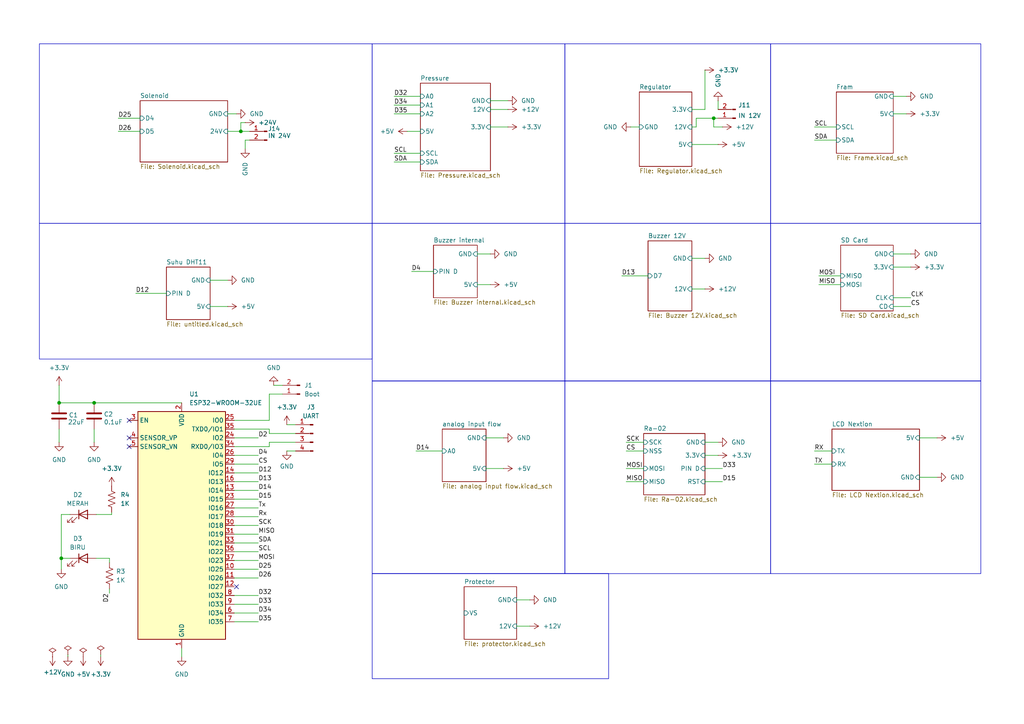
<source format=kicad_sch>
(kicad_sch (version 20231120) (generator "eeschema") (generator_version "8.0")
  (paper "A4")
  (lib_symbols
    (symbol "Connector:Conn_01x02_Pin" (pin_names (offset 1.016) hide)
      (property "Reference" "J" (at 0 2.54 0))
      (property "Value" "Conn_01x02_Pin" (at 0 -5.08 0))
      (symbol "Conn_01x02_Pin_1_1"
        (polyline (pts (xy 1.27 -2.54) (xy 0.8636 -2.54)) (stroke (width 0.1524)))
        (polyline (pts (xy 1.27 0) (xy 0.8636 0)) (stroke (width 0.1524)))
        (rectangle (start 0.8636 -2.413) (end 0 -2.667) (stroke (width 0.1524)) (fill (type outline)))
        (rectangle (start 0.8636 0.127) (end 0 -0.127) (stroke (width 0.1524)) (fill (type outline)))
        (pin passive line (at 5.08 0 180) (length 3.81) (name "Pin_1") (number "1"))
        (pin passive line (at 5.08 -2.54 180) (length 3.81) (name "Pin_2") (number "2"))
      )
    )
    (symbol "Connector:Conn_01x04_Pin" (pin_names (offset 1.016) hide)
      (property "Reference" "J" (at 0 5.08 0))
      (property "Value" "Conn_01x04_Pin" (at 0 -7.62 0))
      (symbol "Conn_01x04_Pin_1_1"
        (polyline (pts (xy 1.27 -5.08) (xy 0.8636 -5.08)) (stroke (width 0.1524)))
        (polyline (pts (xy 1.27 -2.54) (xy 0.8636 -2.54)) (stroke (width 0.1524)))
        (polyline (pts (xy 1.27 0) (xy 0.8636 0)) (stroke (width 0.1524)))
        (polyline (pts (xy 1.27 2.54) (xy 0.8636 2.54)) (stroke (width 0.1524)))
        (rectangle (start 0.8636 -4.953) (end 0 -5.207) (stroke (width 0.1524)) (fill (type outline)))
        (rectangle (start 0.8636 -2.413) (end 0 -2.667) (stroke (width 0.1524)) (fill (type outline)))
        (rectangle (start 0.8636 0.127) (end 0 -0.127) (stroke (width 0.1524)) (fill (type outline)))
        (rectangle (start 0.8636 2.667) (end 0 2.413) (stroke (width 0.1524)) (fill (type outline)))
        (pin passive line (at 5.08 2.54 180) (length 3.81) (name "Pin_1") (number "1"))
        (pin passive line (at 5.08 0 180) (length 3.81) (name "Pin_2") (number "2"))
        (pin passive line (at 5.08 -2.54 180) (length 3.81) (name "Pin_3") (number "3"))
        (pin passive line (at 5.08 -5.08 180) (length 3.81) (name "Pin_4") (number "4"))
      )
    )
    (symbol "Device:C" (pin_numbers hide) (pin_names (offset 0.254))
      (property "Reference" "C" (at 0.635 2.54 0))
      (property "Value" "C" (at 0.635 -2.54 0))
      (symbol "C_0_1"
        (polyline (pts (xy -2.032 -0.762) (xy 2.032 -0.762)) (stroke (width 0.508)))
        (polyline (pts (xy -2.032 0.762) (xy 2.032 0.762)) (stroke (width 0.508)))
      )
      (symbol "C_1_1"
        (pin passive line (at 0 3.81 270) (length 2.794) (name "~") (number "1"))
        (pin passive line (at 0 -3.81 90) (length 2.794) (name "~") (number "2"))
      )
    )
    (symbol "Device:LED" (pin_numbers hide) (pin_names (offset 1.016) hide)
      (property "Reference" "D" (at 0 2.54 0))
      (property "Value" "LED" (at 0 -2.54 0))
      (symbol "LED_0_1"
        (polyline (pts (xy -1.27 -1.27) (xy -1.27 1.27)) (stroke (width 0.254)))
        (polyline (pts (xy -1.27 0) (xy 1.27 0)))
        (polyline (pts (xy 1.27 -1.27) (xy 1.27 1.27) (xy -1.27 0) (xy 1.27 -1.27)) (stroke (width 0.254)))
        (polyline (pts (xy -3.048 -0.762) (xy -4.572 -2.286) (xy -3.81 -2.286) (xy -4.572 -2.286) (xy -4.572 -1.524)))
        (polyline (pts (xy -1.778 -0.762) (xy -3.302 -2.286) (xy -2.54 -2.286) (xy -3.302 -2.286) (xy -3.302 -1.524)))
      )
      (symbol "LED_1_1"
        (pin passive line (at -3.81 0 0) (length 2.54) (name "K") (number "1"))
        (pin passive line (at 3.81 0 180) (length 2.54) (name "A") (number "2"))
      )
    )
    (symbol "Device:R_US" (pin_numbers hide) (pin_names (offset 0))
      (property "Reference" "R" (at 2.54 0 90))
      (property "Value" "R_US" (at -2.54 0 90))
      (symbol "R_US_0_1"
        (polyline (pts (xy 0 -2.286) (xy 0 -2.54)))
        (polyline (pts (xy 0 2.286) (xy 0 2.54)))
        (polyline (pts (xy 0 -0.762) (xy 1.016 -1.143) (xy 0 -1.524) (xy -1.016 -1.905) (xy 0 -2.286)))
        (polyline (pts (xy 0 0.762) (xy 1.016 0.381) (xy 0 0) (xy -1.016 -0.381) (xy 0 -0.762)))
        (polyline (pts (xy 0 2.286) (xy 1.016 1.905) (xy 0 1.524) (xy -1.016 1.143) (xy 0 0.762)))
      )
      (symbol "R_US_1_1"
        (pin passive line (at 0 3.81 270) (length 1.27) (name "~") (number "1"))
        (pin passive line (at 0 -3.81 90) (length 1.27) (name "~") (number "2"))
      )
    )
    (symbol "RF_Module:ESP32-WROOM-32UE"
      (property "Reference" "U" (at -12.7 34.29 0))
      (property "Value" "ESP32-WROOM-32UE" (at 1.27 34.29 0))
      (symbol "ESP32-WROOM-32UE_0_1"
        (rectangle (start -12.7 33.02) (end 12.7 -33.02) (stroke (width 0.254)) (fill (type background)))
      )
      (symbol "ESP32-WROOM-32UE_1_1"
        (pin power_in line (at 0 -35.56 90) (length 2.54) (name "GND") (number "1"))
        (pin bidirectional line (at 15.24 -12.7 180) (length 2.54) (name "IO25") (number "10"))
        (pin bidirectional line (at 15.24 -15.24 180) (length 2.54) (name "IO26") (number "11"))
        (pin bidirectional line (at 15.24 -17.78 180) (length 2.54) (name "IO27") (number "12"))
        (pin bidirectional line (at 15.24 10.16 180) (length 2.54) (name "IO14") (number "13"))
        (pin bidirectional line (at 15.24 15.24 180) (length 2.54) (name "IO12") (number "14"))
        (pin passive line (at 0 -35.56 90) (length 2.54) hide (name "GND") (number "15"))
        (pin bidirectional line (at 15.24 12.7 180) (length 2.54) (name "IO13") (number "16"))
        (pin no_connect line (at -12.7 -5.08 0) (length 2.54) hide (name "NC") (number "17"))
        (pin no_connect line (at -12.7 -7.62 0) (length 2.54) hide (name "NC") (number "18"))
        (pin no_connect line (at -12.7 -12.7 0) (length 2.54) hide (name "NC") (number "19"))
        (pin power_in line (at 0 35.56 270) (length 2.54) (name "VDD") (number "2"))
        (pin no_connect line (at -12.7 -10.16 0) (length 2.54) hide (name "NC") (number "20"))
        (pin no_connect line (at -12.7 0 0) (length 2.54) hide (name "NC") (number "21"))
        (pin no_connect line (at -12.7 -2.54 0) (length 2.54) hide (name "NC") (number "22"))
        (pin bidirectional line (at 15.24 7.62 180) (length 2.54) (name "IO15") (number "23"))
        (pin bidirectional line (at 15.24 25.4 180) (length 2.54) (name "IO2") (number "24"))
        (pin bidirectional line (at 15.24 30.48 180) (length 2.54) (name "IO0") (number "25"))
        (pin bidirectional line (at 15.24 20.32 180) (length 2.54) (name "IO4") (number "26"))
        (pin bidirectional line (at 15.24 5.08 180) (length 2.54) (name "IO16") (number "27"))
        (pin bidirectional line (at 15.24 2.54 180) (length 2.54) (name "IO17") (number "28"))
        (pin bidirectional line (at 15.24 17.78 180) (length 2.54) (name "IO5") (number "29"))
        (pin input line (at -15.24 30.48 0) (length 2.54) (name "EN") (number "3"))
        (pin bidirectional line (at 15.24 0 180) (length 2.54) (name "IO18") (number "30"))
        (pin bidirectional line (at 15.24 -2.54 180) (length 2.54) (name "IO19") (number "31"))
        (pin no_connect line (at -12.7 -27.94 0) (length 2.54) hide (name "NC") (number "32"))
        (pin bidirectional line (at 15.24 -5.08 180) (length 2.54) (name "IO21") (number "33"))
        (pin bidirectional line (at 15.24 22.86 180) (length 2.54) (name "RXD0/IO3") (number "34"))
        (pin bidirectional line (at 15.24 27.94 180) (length 2.54) (name "TXD0/IO1") (number "35"))
        (pin bidirectional line (at 15.24 -7.62 180) (length 2.54) (name "IO22") (number "36"))
        (pin bidirectional line (at 15.24 -10.16 180) (length 2.54) (name "IO23") (number "37"))
        (pin passive line (at 0 -35.56 90) (length 2.54) hide (name "GND") (number "38"))
        (pin passive line (at 0 -35.56 90) (length 2.54) hide (name "GND") (number "39"))
        (pin input line (at -15.24 25.4 0) (length 2.54) (name "SENSOR_VP") (number "4"))
        (pin input line (at -15.24 22.86 0) (length 2.54) (name "SENSOR_VN") (number "5"))
        (pin input line (at 15.24 -25.4 180) (length 2.54) (name "IO34") (number "6"))
        (pin input line (at 15.24 -27.94 180) (length 2.54) (name "IO35") (number "7"))
        (pin bidirectional line (at 15.24 -20.32 180) (length 2.54) (name "IO32") (number "8"))
        (pin bidirectional line (at 15.24 -22.86 180) (length 2.54) (name "IO33") (number "9"))
      )
    )
    (symbol "power:+12V" (power) (pin_numbers hide) (pin_names (offset 0) hide)
      (property "Value" "+12V" (at 0 3.556 0))
      (symbol "+12V_0_1"
        (polyline (pts (xy -0.762 1.27) (xy 0 2.54)))
        (polyline (pts (xy 0 0) (xy 0 2.54)))
        (polyline (pts (xy 0 2.54) (xy 0.762 1.27)))
      )
      (symbol "+12V_1_1"
        (pin power_in line (at 0 0 90) (length 0) (name "~") (number "1"))
      )
    )
    (symbol "power:+3.3V" (power) (pin_numbers hide) (pin_names (offset 0) hide)
      (property "Value" "+3.3V" (at 0 3.556 0))
      (symbol "+3.3V_0_1"
        (polyline (pts (xy -0.762 1.27) (xy 0 2.54)))
        (polyline (pts (xy 0 0) (xy 0 2.54)))
        (polyline (pts (xy 0 2.54) (xy 0.762 1.27)))
      )
      (symbol "+3.3V_1_1"
        (pin power_in line (at 0 0 90) (length 0) (name "~") (number "1"))
      )
    )
    (symbol "power:+5V" (power) (pin_numbers hide) (pin_names (offset 0) hide)
      (property "Value" "+5V" (at 0 3.556 0))
      (symbol "+5V_0_1"
        (polyline (pts (xy -0.762 1.27) (xy 0 2.54)))
        (polyline (pts (xy 0 0) (xy 0 2.54)))
        (polyline (pts (xy 0 2.54) (xy 0.762 1.27)))
      )
      (symbol "+5V_1_1"
        (pin power_in line (at 0 0 90) (length 0) (name "~") (number "1"))
      )
    )
    (symbol "power:GND" (power) (pin_numbers hide) (pin_names (offset 0) hide)
      (property "Value" "GND" (at 0 -3.81 0))
      (symbol "GND_0_1"
        (polyline (pts (xy 0 0) (xy 0 -1.27) (xy 1.27 -1.27) (xy 0 -2.54) (xy -1.27 -1.27) (xy 0 -1.27)))
      )
      (symbol "GND_1_1"
        (pin power_in line (at 0 0 270) (length 0) (name "~") (number "1"))
      )
    )
    (symbol "power:PWR_FLAG" (power) (pin_numbers hide) (pin_names (offset 0) hide)
      (property "Value" "PWR_FLAG" (at 0 3.81 0))
      (symbol "PWR_FLAG_0_0"
        (pin power_out line (at 0 0 90) (length 0) (name "~") (number "1"))
      )
      (symbol "PWR_FLAG_0_1"
        (polyline (pts (xy 0 0) (xy 0 1.27) (xy -1.016 1.905) (xy 0 2.54) (xy 1.016 1.905) (xy 0 1.27)))
      )
    )
  )
  (junction (at 69.85 38.1))
  (junction (at 17.145 116.84))
  (junction (at 27.305 116.84))
  (junction (at 207.01 34.29))
  (junction (at 17.78 161.925))
  (no_connect (at 37.465 129.54))
  (no_connect (at 37.465 127))
  (no_connect (at 68.58 170.18))
  (no_connect (at 37.465 121.92))
  (wire (pts (xy 17.145 124.46) (xy 17.145 128.27)))
  (wire (pts (xy 66.04 38.1) (xy 69.85 38.1)))
  (wire (pts (xy 78.105 128.27) (xy 85.725 128.27)))
  (wire (pts (xy 114.3 46.99) (xy 121.92 46.99)))
  (wire (pts (xy 259.08 77.47) (xy 264.16 77.47)))
  (wire (pts (xy 39.37 85.09) (xy 48.26 85.09)))
  (wire (pts (xy 236.22 40.64) (xy 242.57 40.64)))
  (wire (pts (xy 66.04 33.02) (xy 68.58 33.02)))
  (wire (pts (xy 142.24 36.83) (xy 147.32 36.83)))
  (wire (pts (xy 34.29 34.29) (xy 40.64 34.29)))
  (wire (pts (xy 200.66 74.93) (xy 204.47 74.93)))
  (wire (pts (xy 149.86 181.61) (xy 153.67 181.61)))
  (wire (pts (xy 204.47 139.7) (xy 209.55 139.7)))
  (wire (pts (xy 67.945 180.34) (xy 74.93 180.34)))
  (wire (pts (xy 181.61 139.7) (xy 186.69 139.7)))
  (wire (pts (xy 31.75 163.195) (xy 31.75 161.925)))
  (wire (pts (xy 200.66 36.83) (xy 201.93 36.83)))
  (wire (pts (xy 114.3 33.02) (xy 121.92 33.02)))
  (wire (pts (xy 78.105 124.46) (xy 78.105 125.73)))
  (wire (pts (xy 29.21 189.865) (xy 29.21 190.5)))
  (wire (pts (xy 259.08 88.9) (xy 264.16 88.9)))
  (wire (pts (xy 149.86 173.99) (xy 153.67 173.99)))
  (wire (pts (xy 67.945 172.72) (xy 74.93 172.72)))
  (wire (pts (xy 52.705 187.96) (xy 52.705 190.5)))
  (wire (pts (xy 71.12 43.18) (xy 71.12 40.64)))
  (wire (pts (xy 259.08 86.36) (xy 264.16 86.36)))
  (wire (pts (xy 69.85 38.1) (xy 72.39 38.1)))
  (wire (pts (xy 67.945 144.78) (xy 74.93 144.78)))
  (wire (pts (xy 182.88 36.83) (xy 185.42 36.83)))
  (wire (pts (xy 266.7 138.43) (xy 271.78 138.43)))
  (wire (pts (xy 114.3 27.94) (xy 121.92 27.94)))
  (wire (pts (xy 207.01 36.83) (xy 207.01 34.29)))
  (wire (pts (xy 17.145 111.76) (xy 17.145 116.84)))
  (wire (pts (xy 71.12 40.64) (xy 72.39 40.64)))
  (wire (pts (xy 120.65 130.81) (xy 128.27 130.81)))
  (wire (pts (xy 78.105 128.27) (xy 78.105 129.54)))
  (wire (pts (xy 236.22 130.81) (xy 241.3 130.81)))
  (wire (pts (xy 67.945 157.48) (xy 74.93 157.48)))
  (wire (pts (xy 200.66 31.75) (xy 204.47 31.75)))
  (wire (pts (xy 60.96 81.28) (xy 66.04 81.28)))
  (wire (pts (xy 114.3 44.45) (xy 121.92 44.45)))
  (wire (pts (xy 27.305 124.46) (xy 27.305 128.27)))
  (wire (pts (xy 140.97 127) (xy 146.05 127)))
  (wire (pts (xy 200.66 41.91) (xy 208.28 41.91)))
  (wire (pts (xy 71.12 35.56) (xy 69.85 35.56)))
  (wire (pts (xy 81.915 114.3) (xy 78.105 114.3)))
  (wire (pts (xy 19.685 189.865) (xy 19.685 190.5)))
  (wire (pts (xy 85.725 123.19) (xy 83.185 123.19)))
  (wire (pts (xy 83.185 130.81) (xy 85.725 130.81)))
  (wire (pts (xy 67.945 124.46) (xy 78.105 124.46)))
  (wire (pts (xy 266.7 127) (xy 271.78 127)))
  (wire (pts (xy 78.105 121.92) (xy 67.945 121.92)))
  (wire (pts (xy 17.78 161.925) (xy 17.78 165.1)))
  (wire (pts (xy 67.945 162.56) (xy 74.93 162.56)))
  (wire (pts (xy 67.945 149.86) (xy 74.93 149.86)))
  (wire (pts (xy 119.38 78.74) (xy 125.73 78.74)))
  (wire (pts (xy 67.945 154.94) (xy 74.93 154.94)))
  (wire (pts (xy 259.08 33.02) (xy 262.89 33.02)))
  (wire (pts (xy 181.61 128.27) (xy 186.69 128.27)))
  (wire (pts (xy 67.945 160.02) (xy 74.93 160.02)))
  (wire (pts (xy 204.47 31.75) (xy 204.47 20.32)))
  (wire (pts (xy 78.105 129.54) (xy 67.945 129.54)))
  (wire (pts (xy 237.49 82.55) (xy 243.84 82.55)))
  (wire (pts (xy 204.47 135.89) (xy 209.55 135.89)))
  (wire (pts (xy 236.22 134.62) (xy 241.3 134.62)))
  (wire (pts (xy 204.47 128.27) (xy 208.28 128.27)))
  (wire (pts (xy 236.22 36.83) (xy 242.57 36.83)))
  (wire (pts (xy 114.3 30.48) (xy 121.92 30.48)))
  (wire (pts (xy 142.24 31.75) (xy 147.32 31.75)))
  (wire (pts (xy 180.34 80.01) (xy 187.96 80.01)))
  (wire (pts (xy 67.945 177.8) (xy 74.93 177.8)))
  (wire (pts (xy 67.945 137.16) (xy 74.93 137.16)))
  (wire (pts (xy 31.75 161.925) (xy 27.94 161.925)))
  (wire (pts (xy 118.11 38.1) (xy 121.92 38.1)))
  (wire (pts (xy 67.945 132.08) (xy 74.93 132.08)))
  (wire (pts (xy 67.945 165.1) (xy 74.93 165.1)))
  (wire (pts (xy 67.945 152.4) (xy 74.93 152.4)))
  (wire (pts (xy 31.75 172.085) (xy 31.75 170.815)))
  (wire (pts (xy 32.385 149.225) (xy 27.94 149.225)))
  (wire (pts (xy 140.97 135.89) (xy 146.05 135.89)))
  (wire (pts (xy 142.24 29.21) (xy 147.32 29.21)))
  (wire (pts (xy 34.29 38.1) (xy 40.64 38.1)))
  (wire (pts (xy 138.43 73.66) (xy 142.24 73.66)))
  (wire (pts (xy 201.93 34.29) (xy 207.01 34.29)))
  (wire (pts (xy 67.945 134.62) (xy 74.93 134.62)))
  (wire (pts (xy 17.78 161.925) (xy 20.32 161.925)))
  (wire (pts (xy 259.08 27.94) (xy 262.89 27.94)))
  (wire (pts (xy 181.61 135.89) (xy 186.69 135.89)))
  (wire (pts (xy 209.55 36.83) (xy 207.01 36.83)))
  (wire (pts (xy 259.08 73.66) (xy 264.16 73.66)))
  (wire (pts (xy 67.945 139.7) (xy 74.93 139.7)))
  (wire (pts (xy 60.96 88.9) (xy 66.04 88.9)))
  (wire (pts (xy 67.945 127) (xy 74.93 127)))
  (wire (pts (xy 138.43 82.55) (xy 142.24 82.55)))
  (wire (pts (xy 201.93 36.83) (xy 201.93 34.29)))
  (wire (pts (xy 208.28 29.21) (xy 208.28 31.75)))
  (wire (pts (xy 67.945 167.64) (xy 74.93 167.64)))
  (wire (pts (xy 67.945 175.26) (xy 74.93 175.26)))
  (wire (pts (xy 207.01 34.29) (xy 208.28 34.29)))
  (wire (pts (xy 78.105 114.3) (xy 78.105 121.92)))
  (wire (pts (xy 17.145 116.84) (xy 27.305 116.84)))
  (wire (pts (xy 74.93 142.24) (xy 67.945 142.24)))
  (wire (pts (xy 79.375 111.76) (xy 81.915 111.76)))
  (wire (pts (xy 204.47 132.08) (xy 208.28 132.08)))
  (wire (pts (xy 181.61 130.81) (xy 186.69 130.81)))
  (wire (pts (xy 32.385 148.59) (xy 32.385 149.225)))
  (wire (pts (xy 27.305 116.84) (xy 52.705 116.84)))
  (wire (pts (xy 200.66 83.82) (xy 204.47 83.82)))
  (wire (pts (xy 20.32 149.225) (xy 17.78 149.225)))
  (wire (pts (xy 69.85 35.56) (xy 69.85 38.1)))
  (wire (pts (xy 67.945 147.32) (xy 74.93 147.32)))
  (wire (pts (xy 237.49 80.01) (xy 243.84 80.01)))
  (wire (pts (xy 78.105 125.73) (xy 85.725 125.73)))
  (wire (pts (xy 17.78 149.225) (xy 17.78 161.925)))
  (rectangle (start 163.83 110.49) (end 223.52 166.37))
  (rectangle (start 223.52 12.7) (end 284.48 64.77))
  (rectangle (start 11.43 64.77) (end 107.95 104.14))
  (rectangle (start 107.95 64.77) (end 163.83 110.49))
  (rectangle (start 223.52 110.49) (end 284.48 166.37))
  (rectangle (start 11.43 12.7) (end 107.95 64.77))
  (rectangle (start 163.83 12.7) (end 223.52 64.77))
  (rectangle (start 107.95 110.49) (end 163.83 166.37))
  (rectangle (start 107.95 166.37) (end 176.53 196.85))
  (rectangle (start 107.95 12.7) (end 163.83 64.77))
  (rectangle (start 163.83 64.77) (end 223.52 110.49))
  (rectangle (start 223.52 64.77) (end 284.48 110.49))
  (label "D4" (at 119.38 78.74 0))
  (label "Tx" (at 74.93 147.32 0))
  (label "MISO" (at 181.61 139.7 0))
  (label "D26" (at 34.29 38.1 0))
  (label "D35" (at 74.93 180.34 0))
  (label "SCL" (at 114.3 44.45 0))
  (label "MOSI" (at 74.93 162.56 0))
  (label "SCK" (at 181.61 128.27 0))
  (label "SDA" (at 236.22 40.64 0))
  (label "CS" (at 264.16 88.9 0))
  (label "D13" (at 180.34 80.01 0))
  (label "SCL" (at 74.93 160.02 0))
  (label "CS" (at 74.93 134.62 0))
  (label "SDA" (at 114.3 46.99 0))
  (label "D32" (at 114.3 27.94 0))
  (label "D14" (at 74.93 142.24 0))
  (label "D25" (at 34.29 34.29 0))
  (label "MISO" (at 237.49 82.55 0))
  (label "D14" (at 120.65 130.81 0))
  (label "D4" (at 74.93 132.08 0))
  (label "D35" (at 114.3 33.02 0))
  (label "SDA" (at 74.93 157.48 0))
  (label "D15" (at 209.55 139.7 0))
  (label "D26" (at 74.93 167.64 0))
  (label "CLK" (at 264.16 86.36 0))
  (label "D34" (at 114.3 30.48 0))
  (label "D12" (at 39.37 85.09 0))
  (label "TX" (at 236.22 134.62 0))
  (label "SCL" (at 236.22 36.83 0))
  (label "MISO" (at 74.93 154.94 0))
  (label "D33" (at 209.55 135.89 0))
  (label "D25" (at 74.93 165.1 0))
  (label "CS" (at 181.61 130.81 0))
  (label "MOSI" (at 237.49 80.01 0))
  (label "Rx" (at 74.93 149.86 0))
  (label "D13" (at 74.93 139.7 0))
  (label "D12" (at 74.93 137.16 0))
  (label "RX" (at 236.22 130.81 0))
  (label "D33" (at 74.93 175.26 0))
  (label "D32" (at 74.93 172.72 0))
  (label "D2" (at 31.75 172.085 270))
  (label "D15" (at 74.93 144.78 0))
  (label "MOSI" (at 181.61 135.89 0))
  (label "D34" (at 74.93 177.8 0))
  (label "D2" (at 74.93 127 0))
  (label "SCK" (at 74.93 152.4 0))
  (symbol (lib_id "power:PWR_FLAG") (at 24.13 190.5 0) (unit 1)
    (property "Reference" "#FLG03" (effects (hide yes)))
    (property "Value" "PWR_FLAG" (effects (hide yes)))
    (property "Description" "Special symbol for telling ERC where power comes from" (effects (hide yes)))
  )
  (symbol (lib_id "Connector:Conn_01x02_Pin") (at 86.995 114.3 180) (unit 1)
    (property "Reference" "J1" (at 88.265 111.7599 0) (effects (justify right)))
    (property "Value" "Boot" (at 88.265 114.2999 0) (effects (justify right)))
    (property "Footprint" "Connector_PinHeader_2.54mm:PinHeader_1x02_P2.54mm_Vertical" (effects (hide yes)))
    (property "Description" "Generic connector, single row, 01x02, script generated" (effects (hide yes)))
  )
  (symbol (lib_id "power:GND") (at 66.04 81.28 90) (unit 1)
    (property "Reference" "#PWR034" (effects (hide yes)))
    (property "Value" "GND" (at 69.85 81.2799 90) (effects (justify right)))
    (property "Description" "Power symbol creates a global label with name \"GND\" , ground" (effects (hide yes)))
  )
  (symbol (lib_id "Device:C") (at 17.145 120.65 0) (unit 1)
    (property "Reference" "C1" (at 19.939 120.396 0) (effects (justify left)))
    (property "Value" "22uF" (at 19.685 122.428 0) (effects (justify left)))
    (property "Footprint" "Capacitor_SMD:C_0504_1310Metric_Pad0.83x1.28mm_HandSolder" (effects (hide yes)))
    (property "Description" "Unpolarized capacitor" (effects (hide yes)))
  )
  (symbol (lib_id "power:GND") (at 17.78 165.1 0) (unit 1)
    (property "Reference" "#PWR04" (effects (hide yes)))
    (property "Value" "GND" (at 17.78 170.18 0))
    (property "Description" "Power symbol creates a global label with name \"GND\" , ground" (effects (hide yes)))
  )
  (symbol (lib_id "power:PWR_FLAG") (at 19.685 189.865 0) (unit 1)
    (property "Reference" "#FLG02" (effects (hide yes)))
    (property "Value" "PWR_FLAG" (effects (hide yes)))
    (property "Description" "Special symbol for telling ERC where power comes from" (effects (hide yes)))
  )
  (symbol (lib_id "Device:R_US") (at 31.75 167.005 0) (unit 1)
    (property "Reference" "R3" (at 33.655 165.7349 0) (effects (justify left)))
    (property "Value" "1K" (at 33.655 168.2749 0) (effects (justify left)))
    (property "Footprint" "Resistor_SMD:R_0402_1005Metric_Pad0.72x0.64mm_HandSolder" (effects (hide yes)))
    (property "Description" "Resistor, US symbol" (effects (hide yes)))
  )
  (symbol (lib_id "power:+3.3V") (at 208.28 132.08 270) (unit 1)
    (property "Reference" "#PWR015" (effects (hide yes)))
    (property "Value" "+3.3V" (at 212.09 132.0799 90) (effects (justify left)))
    (property "Description" "Power symbol creates a global label with name \"+3.3V\"" (effects (hide yes)))
  )
  (symbol (lib_id "power:GND") (at 271.78 138.43 90) (unit 1)
    (property "Reference" "#PWR022" (effects (hide yes)))
    (property "Value" "GND" (at 275.59 138.4299 90) (effects (justify right)))
    (property "Description" "Power symbol creates a global label with name \"GND\" , ground" (effects (hide yes)))
  )
  (symbol (lib_id "power:GND") (at 204.47 74.93 90) (unit 1)
    (property "Reference" "#PWR036" (effects (hide yes)))
    (property "Value" "GND" (at 208.28 74.9299 90) (effects (justify right)))
    (property "Description" "Power symbol creates a global label with name \"GND\" , ground" (effects (hide yes)))
  )
  (symbol (lib_id "power:+3.3V") (at 264.16 77.47 270) (unit 1)
    (property "Reference" "#PWR026" (effects (hide yes)))
    (property "Value" "+3.3V" (at 267.97 77.4699 90) (effects (justify left)))
    (property "Description" "Power symbol creates a global label with name \"+3.3V\"" (effects (hide yes)))
  )
  (symbol (lib_id "power:GND") (at 71.12 43.18 0) (unit 1)
    (property "Reference" "#PWR045" (effects (hide yes)))
    (property "Value" "GND" (at 71.1201 46.99 90) (effects (justify right)))
    (property "Description" "Power symbol creates a global label with name \"GND\" , ground" (effects (hide yes)))
  )
  (symbol (lib_id "Connector:Conn_01x02_Pin") (at 213.36 34.29 180) (unit 1)
    (property "Reference" "J11" (at 215.9 30.48 0))
    (property "Value" "IN 12V" (at 217.424 33.528 0))
    (property "Footprint" "Connector_JST:JST_EH_B2B-EH-A_1x02_P2.50mm_Vertical" (effects (hide yes)))
    (property "Description" "Generic connector, single row, 01x02, script generated" (effects (hide yes)))
  )
  (symbol (lib_id "power:+5V") (at 209.55 36.83 270) (unit 1)
    (property "Reference" "#PWR033" (effects (hide yes)))
    (property "Value" "+12V" (at 213.36 36.8299 90) (effects (justify left)))
    (property "Description" "Power symbol creates a global label with name \"+5V\"" (effects (hide yes)))
  )
  (symbol (lib_id "power:GND") (at 17.145 128.27 0) (unit 1)
    (property "Reference" "#PWR03" (effects (hide yes)))
    (property "Value" "GND" (at 17.145 133.35 0))
    (property "Description" "Power symbol creates a global label with name \"GND\" , ground" (effects (hide yes)))
  )
  (symbol (lib_id "power:GND") (at 208.28 128.27 90) (unit 1)
    (property "Reference" "#PWR014" (effects (hide yes)))
    (property "Value" "GND" (at 212.09 128.2699 90) (effects (justify right)))
    (property "Description" "Power symbol creates a global label with name \"GND\" , ground" (effects (hide yes)))
  )
  (symbol (lib_id "power:GND") (at 146.05 127 90) (unit 1)
    (property "Reference" "#PWR038" (effects (hide yes)))
    (property "Value" "GND" (at 149.86 126.9999 90) (effects (justify right)))
    (property "Description" "Power symbol creates a global label with name \"GND\" , ground" (effects (hide yes)))
  )
  (symbol (lib_id "power:GND") (at 52.705 190.5 0) (unit 1)
    (property "Reference" "#PWR010" (effects (hide yes)))
    (property "Value" "GND" (at 52.705 195.58 0))
    (property "Description" "Power symbol creates a global label with name \"GND\" , ground" (effects (hide yes)))
  )
  (symbol (lib_id "power:GND") (at 142.24 73.66 90) (unit 1)
    (property "Reference" "#PWR024" (effects (hide yes)))
    (property "Value" "GND" (at 146.05 73.6599 90) (effects (justify right)))
    (property "Description" "Power symbol creates a global label with name \"GND\" , ground" (effects (hide yes)))
  )
  (symbol (lib_id "power:+5V") (at 208.28 41.91 270) (unit 1)
    (property "Reference" "#PWR032" (effects (hide yes)))
    (property "Value" "+5V" (at 212.09 41.9099 90) (effects (justify left)))
    (property "Description" "Power symbol creates a global label with name \"+5V\"" (effects (hide yes)))
  )
  (symbol (lib_id "power:+5V") (at 146.05 135.89 270) (unit 1)
    (property "Reference" "#PWR039" (effects (hide yes)))
    (property "Value" "+5V" (at 149.86 135.8899 90) (effects (justify left)))
    (property "Description" "Power symbol creates a global label with name \"+5V\"" (effects (hide yes)))
  )
  (symbol (lib_id "power:+5V") (at 147.32 31.75 270) (unit 1)
    (property "Reference" "#PWR043" (effects (hide yes)))
    (property "Value" "+12V" (at 151.13 31.7499 90) (effects (justify left)))
    (property "Description" "Power symbol creates a global label with name \"+5V\"" (effects (hide yes)))
  )
  (symbol (lib_id "Device:LED") (at 24.13 161.925 0) (unit 1)
    (property "Reference" "D3" (at 22.5425 156.21 0))
    (property "Value" "BIRU" (at 22.5425 158.75 0))
    (property "Footprint" "LED_SMD:LED_0402_1005Metric_Pad0.77x0.64mm_HandSolder" (effects (hide yes)))
    (property "Description" "Light emitting diode" (effects (hide yes)))
  )
  (symbol (lib_id "power:GND") (at 19.685 190.5 0) (unit 1)
    (property "Reference" "#PWR05" (effects (hide yes)))
    (property "Value" "GND" (at 19.685 195.58 0))
    (property "Description" "Power symbol creates a global label with name \"GND\" , ground" (effects (hide yes)))
  )
  (symbol (lib_id "power:GND") (at 27.305 128.27 0) (unit 1)
    (property "Reference" "#PWR07" (effects (hide yes)))
    (property "Value" "GND" (at 27.305 133.35 0))
    (property "Description" "Power symbol creates a global label with name \"GND\" , ground" (effects (hide yes)))
  )
  (symbol (lib_id "RF_Module:ESP32-WROOM-32UE") (at 52.705 152.4 0) (unit 1)
    (property "Reference" "U1" (at 54.8991 114.3 0) (effects (justify left)))
    (property "Value" "ESP32-WROOM-32UE" (at 54.8991 116.84 0) (effects (justify left)))
    (property "Footprint" "RF_Module:ESP32-WROOM-32UE" (effects (hide yes)))
    (property "Datasheet" "https://www.espressif.com/sites/default/files/documentation/esp32-wroom-32e_esp32-wroom-32ue_datasheet_en.pdf" (effects (hide yes)))
    (property "Description" "RF Module, ESP32-D0WD-V3 SoC, without PSRAM, Wi-Fi 802.11b/g/n, Bluetooth, BLE, 32-bit, 2.7-3.6V, external antenna, SMD" (effects (hide yes)))
  )
  (symbol (lib_id "power:+3.3V") (at 83.185 123.19 0) (unit 1)
    (property "Reference" "#PWR012" (effects (hide yes)))
    (property "Value" "+3.3V" (at 83.185 118.11 0))
    (property "Description" "Power symbol creates a global label with name \"+3.3V\"" (effects (hide yes)))
  )
  (symbol (lib_id "power:GND") (at 208.28 29.21 0) (mirror x) (unit 1)
    (property "Reference" "#PWR030" (effects (hide yes)))
    (property "Value" "GND" (at 208.2801 25.4 90) (effects (justify right)))
    (property "Description" "Power symbol creates a global label with name \"GND\" , ground" (effects (hide yes)))
  )
  (symbol (lib_id "power:GND") (at 264.16 73.66 90) (unit 1)
    (property "Reference" "#PWR025" (effects (hide yes)))
    (property "Value" "GND" (at 267.97 73.6599 90) (effects (justify right)))
    (property "Description" "Power symbol creates a global label with name \"GND\" , ground" (effects (hide yes)))
  )
  (symbol (lib_id "power:+3.3V") (at 204.47 20.32 270) (unit 1)
    (property "Reference" "#PWR031" (effects (hide yes)))
    (property "Value" "+3.3V" (at 208.28 20.3199 90) (effects (justify left)))
    (property "Description" "Power symbol creates a global label with name \"+3.3V\"" (effects (hide yes)))
  )
  (symbol (lib_id "power:+3.3V") (at 147.32 36.83 270) (unit 1)
    (property "Reference" "#PWR041" (effects (hide yes)))
    (property "Value" "+3.3V" (at 151.13 36.8299 90) (effects (justify left)))
    (property "Description" "Power symbol creates a global label with name \"+3.3V\"" (effects (hide yes)))
  )
  (symbol (lib_id "power:+3.3V") (at 17.145 111.76 0) (unit 1)
    (property "Reference" "#PWR02" (effects (hide yes)))
    (property "Value" "+3.3V" (at 17.145 106.68 0))
    (property "Description" "Power symbol creates a global label with name \"+3.3V\"" (effects (hide yes)))
  )
  (symbol (lib_id "power:+5V") (at 118.11 38.1 90) (mirror x) (unit 1)
    (property "Reference" "#PWR042" (effects (hide yes)))
    (property "Value" "+5V" (at 114.3 38.0999 90) (effects (justify left)))
    (property "Description" "Power symbol creates a global label with name \"+5V\"" (effects (hide yes)))
  )
  (symbol (lib_id "Device:LED") (at 24.13 149.225 0) (unit 1)
    (property "Reference" "D2" (at 22.5425 143.51 0))
    (property "Value" "MERAH" (at 22.5425 146.05 0))
    (property "Footprint" "LED_SMD:LED_0402_1005Metric_Pad0.77x0.64mm_HandSolder" (effects (hide yes)))
    (property "Description" "Light emitting diode" (effects (hide yes)))
  )
  (symbol (lib_id "power:GND") (at 147.32 29.21 90) (unit 1)
    (property "Reference" "#PWR040" (effects (hide yes)))
    (property "Value" "GND" (at 151.13 29.2099 90) (effects (justify right)))
    (property "Description" "Power symbol creates a global label with name \"GND\" , ground" (effects (hide yes)))
  )
  (symbol (lib_id "power:+5V") (at 204.47 83.82 270) (unit 1)
    (property "Reference" "#PWR037" (effects (hide yes)))
    (property "Value" "+12V" (at 208.28 83.8199 90) (effects (justify left)))
    (property "Description" "Power symbol creates a global label with name \"+5V\"" (effects (hide yes)))
  )
  (symbol (lib_id "power:+3.3V") (at 32.385 140.97 0) (unit 1)
    (property "Reference" "#PWR09" (effects (hide yes)))
    (property "Value" "+3.3V" (at 32.385 135.89 0))
    (property "Description" "Power symbol creates a global label with name \"+3.3V\"" (effects (hide yes)))
  )
  (symbol (lib_id "Connector:Conn_01x04_Pin") (at 90.805 125.73 0) (mirror y) (unit 1)
    (property "Reference" "J3" (at 90.17 118.11 0))
    (property "Value" "UART" (at 90.17 120.65 0))
    (property "Footprint" "Connector_PinHeader_1.27mm:PinHeader_1x04_P1.27mm_Vertical" (effects (hide yes)))
    (property "Description" "Generic connector, single row, 01x04, script generated" (effects (hide yes)))
  )
  (symbol (lib_id "power:GND") (at 153.67 173.99 90) (unit 1)
    (property "Reference" "#PWR047" (effects (hide yes)))
    (property "Value" "GND" (at 157.48 173.9899 90) (effects (justify right)))
    (property "Description" "Power symbol creates a global label with name \"GND\" , ground" (effects (hide yes)))
  )
  (symbol (lib_id "power:GND") (at 83.185 130.81 0) (unit 1)
    (property "Reference" "#PWR013" (effects (hide yes)))
    (property "Value" "GND" (at 83.185 135.255 0))
    (property "Description" "Power symbol creates a global label with name \"GND\" , ground" (effects (hide yes)))
  )
  (symbol (lib_id "power:+5V") (at 66.04 88.9 270) (unit 1)
    (property "Reference" "#PWR035" (effects (hide yes)))
    (property "Value" "+5V" (at 69.85 88.8999 90) (effects (justify left)))
    (property "Description" "Power symbol creates a global label with name \"+5V\"" (effects (hide yes)))
  )
  (symbol (lib_id "power:+5V") (at 24.13 190.5 180) (unit 1)
    (property "Reference" "#PWR06" (effects (hide yes)))
    (property "Value" "+5V" (at 24.13 195.58 0))
    (property "Description" "Power symbol creates a global label with name \"+5V\"" (effects (hide yes)))
  )
  (symbol (lib_id "Device:R_US") (at 32.385 144.78 0) (unit 1)
    (property "Reference" "R4" (at 34.925 143.5099 0) (effects (justify left)))
    (property "Value" "1K" (at 34.925 146.0499 0) (effects (justify left)))
    (property "Footprint" "Resistor_SMD:R_0402_1005Metric_Pad0.72x0.64mm_HandSolder" (effects (hide yes)))
    (property "Description" "Resistor, US symbol" (effects (hide yes)))
  )
  (symbol (lib_id "power:+5V") (at 142.24 82.55 270) (unit 1)
    (property "Reference" "#PWR023" (effects (hide yes)))
    (property "Value" "+5V" (at 146.05 82.5499 90) (effects (justify left)))
    (property "Description" "Power symbol creates a global label with name \"+5V\"" (effects (hide yes)))
  )
  (symbol (lib_id "power:+12V") (at 15.24 190.5 180) (unit 1)
    (property "Reference" "#PWR01" (effects (hide yes)))
    (property "Value" "+12V" (at 15.24 194.945 0))
    (property "Description" "Power symbol creates a global label with name \"+12V\"" (effects (hide yes)))
  )
  (symbol (lib_id "power:PWR_FLAG") (at 15.24 190.5 0) (unit 1)
    (property "Reference" "#FLG01" (effects (hide yes)))
    (property "Value" "PWR_FLAG" (effects (hide yes)))
    (property "Description" "Special symbol for telling ERC where power comes from" (effects (hide yes)))
  )
  (symbol (lib_id "power:+3.3V") (at 262.89 33.02 270) (unit 1)
    (property "Reference" "#PWR028" (effects (hide yes)))
    (property "Value" "+3.3V" (at 266.7 33.0199 90) (effects (justify left)))
    (property "Description" "Power symbol creates a global label with name \"+3.3V\"" (effects (hide yes)))
  )
  (symbol (lib_id "power:GND") (at 182.88 36.83 270) (mirror x) (unit 1)
    (property "Reference" "#PWR029" (effects (hide yes)))
    (property "Value" "GND" (at 179.07 36.8299 90) (effects (justify right)))
    (property "Description" "Power symbol creates a global label with name \"GND\" , ground" (effects (hide yes)))
  )
  (symbol (lib_id "Device:C") (at 27.305 120.65 0) (unit 1)
    (property "Reference" "C2" (at 30.099 120.142 0) (effects (justify left)))
    (property "Value" "0.1uF" (at 30.099 122.428 0) (effects (justify left)))
    (property "Footprint" "Capacitor_SMD:C_0504_1310Metric_Pad0.83x1.28mm_HandSolder" (effects (hide yes)))
    (property "Description" "Unpolarized capacitor" (effects (hide yes)))
  )
  (symbol (lib_id "power:+5V") (at 271.78 127 270) (unit 1)
    (property "Reference" "#PWR021" (effects (hide yes)))
    (property "Value" "+5V" (at 275.59 126.9999 90) (effects (justify left)))
    (property "Description" "Power symbol creates a global label with name \"+5V\"" (effects (hide yes)))
  )
  (symbol (lib_id "power:PWR_FLAG") (at 29.21 189.865 0) (unit 1)
    (property "Reference" "#FLG04" (effects (hide yes)))
    (property "Value" "PWR_FLAG" (effects (hide yes)))
    (property "Description" "Special symbol for telling ERC where power comes from" (effects (hide yes)))
  )
  (symbol (lib_id "power:+12V") (at 153.67 181.61 270) (unit 1)
    (property "Reference" "#PWR048" (effects (hide yes)))
    (property "Value" "+12V" (at 157.48 181.6099 90) (effects (justify left)))
    (property "Description" "Power symbol creates a global label with name \"+12V\"" (effects (hide yes)))
  )
  (symbol (lib_id "power:GND") (at 79.375 111.76 180) (unit 1)
    (property "Reference" "#PWR011" (effects (hide yes)))
    (property "Value" "GND" (at 79.375 106.68 0))
    (property "Description" "Power symbol creates a global label with name \"GND\" , ground" (effects (hide yes)))
  )
  (symbol (lib_id "power:GND") (at 262.89 27.94 90) (unit 1)
    (property "Reference" "#PWR027" (effects (hide yes)))
    (property "Value" "GND" (at 266.7 27.9399 90) (effects (justify right)))
    (property "Description" "Power symbol creates a global label with name \"GND\" , ground" (effects (hide yes)))
  )
  (symbol (lib_id "Connector:Conn_01x02_Pin") (at 77.47 38.1 0) (mirror y) (unit 1)
    (property "Reference" "J14" (at 79.502 37.338 0))
    (property "Value" "IN 24V" (at 81.026 39.37 0))
    (property "Footprint" "Connector_Molex:Molex_KK-396_5273-02A_1x02_P3.96mm_Vertical" (effects (hide yes)))
    (property "Description" "Generic connector, single row, 01x02, script generated" (effects (hide yes)))
  )
  (symbol (lib_id "power:+3.3V") (at 29.21 190.5 180) (unit 1)
    (property "Reference" "#PWR08" (effects (hide yes)))
    (property "Value" "+3.3V" (at 29.21 195.58 0))
    (property "Description" "Power symbol creates a global label with name \"+3.3V\"" (effects (hide yes)))
  )
  (symbol (lib_id "power:+5V") (at 71.12 35.56 270) (unit 1)
    (property "Reference" "#PWR046" (effects (hide yes)))
    (property "Value" "+24V" (at 74.93 35.5599 90) (effects (justify left)))
    (property "Description" "Power symbol creates a global label with name \"+5V\"" (effects (hide yes)))
  )
  (symbol (lib_id "power:GND") (at 68.58 33.02 90) (unit 1)
    (property "Reference" "#PWR044" (effects (hide yes)))
    (property "Value" "GND" (at 72.39 33.0199 90) (effects (justify right)))
    (property "Description" "Power symbol creates a global label with name \"GND\" , ground" (effects (hide yes)))
  )
  (sheet (at 243.84 71.12) (size 15.24 19.05) (stroke (width 0.1524))
    (property "Sheetname" "SD Card" (at 243.84 70.4084 0) (effects (justify left bottom)))
    (property "Sheetfile" "SD Card.kicad_sch" (at 243.84 90.7546 0) (effects (justify left top)))
    (pin "3.3V" input (at 259.08 77.47 0))
    (pin "GND" input (at 259.08 73.66 0))
    (pin "MOSI" input (at 243.84 82.55 180))
    (pin "CLK" input (at 259.08 86.36 0))
    (pin "CD" input (at 259.08 88.9 0))
    (pin "MISO" input (at 243.84 80.01 180))
  )
  (sheet (at 121.92 24.13) (size 20.32 25.4) (stroke (width 0.1524))
    (property "Sheetname" "Pressure" (at 121.92 23.4184 0) (effects (justify left bottom)))
    (property "Sheetfile" "Pressure.kicad_sch" (at 121.92 50.1146 0) (effects (justify left top)))
    (pin "3.3V" input (at 142.24 36.83 0))
    (pin "A0" input (at 121.92 27.94 180))
    (pin "SDA" input (at 121.92 46.99 180))
    (pin "SCL" input (at 121.92 44.45 180))
    (pin "A1" input (at 121.92 30.48 180))
    (pin "GND" input (at 142.24 29.21 0))
    (pin "12V" input (at 142.24 31.75 0))
    (pin "5V" input (at 121.92 38.1 180))
    (pin "A2" input (at 121.92 33.02 180))
  )
  (sheet (at 186.69 125.73) (size 17.78 17.78) (stroke (width 0.1524))
    (property "Sheetname" "Ra-02" (at 186.69 125.0184 0) (effects (justify left bottom)))
    (property "Sheetfile" "Ra-02.kicad_sch" (at 186.69 144.0946 0) (effects (justify left top)))
    (pin "RST" input (at 204.47 139.7 0))
    (pin "MISO" input (at 186.69 139.7 180))
    (pin "SCK" input (at 186.69 128.27 180))
    (pin "MOSI" input (at 186.69 135.89 180))
    (pin "NSS" input (at 186.69 130.81 180))
    (pin "GND" input (at 204.47 128.27 0))
    (pin "3.3V" input (at 204.47 132.08 0))
    (pin "PIN D" input (at 204.47 135.89 0))
  )
  (sheet (at 187.96 69.85) (size 12.7 20.32) (stroke (width 0.1524))
    (property "Sheetname" "Buzzer 12V" (at 187.96 69.1384 0) (effects (justify left bottom)))
    (property "Sheetfile" "Buzzer 12V.kicad_sch" (at 187.96 90.7546 0) (effects (justify left top)))
    (pin "12V" input (at 200.66 83.82 0))
    (pin "GND" input (at 200.66 74.93 0))
    (pin "D7" input (at 187.96 80.01 180))
  )
  (sheet (at 128.27 124.46) (size 12.7 15.24) (stroke (width 0.1524))
    (property "Sheetname" "analog input flow" (at 128.27 123.7484 0) (effects (justify left bottom)))
    (property "Sheetfile" "analog input flow.kicad_sch" (at 128.27 140.2846 0) (effects (justify left top)))
    (pin "GND" input (at 140.97 127 0))
    (pin "5V" input (at 140.97 135.89 0))
    (pin "A0" input (at 128.27 130.81 180))
  )
  (sheet (at 185.42 26.67) (size 15.24 21.59) (stroke (width 0.1524))
    (property "Sheetname" "Regulator" (at 185.42 25.9584 0) (effects (justify left bottom)))
    (property "Sheetfile" "Regulator.kicad_sch" (at 185.42 48.8446 0) (effects (justify left top)))
    (pin "12V" input (at 200.66 36.83 0))
    (pin "5V" input (at 200.66 41.91 0))
    (pin "GND" input (at 185.42 36.83 180))
    (pin "3.3V" input (at 200.66 31.75 0))
  )
  (sheet (at 48.26 77.47) (size 12.7 15.24) (stroke (width 0.1524))
    (property "Sheetname" "Suhu DHT11" (at 48.26 76.7584 0) (effects (justify left bottom)))
    (property "Sheetfile" "untitled.kicad_sch" (at 48.26 93.2946 0) (effects (justify left top)))
    (pin "5V" input (at 60.96 88.9 0))
    (pin "PIN D" input (at 48.26 85.09 180))
    (pin "GND" input (at 60.96 81.28 0))
  )
  (sheet (at 134.62 170.18) (size 15.24 15.24) (stroke (width 0.1524))
    (property "Sheetname" "Protector" (at 134.62 169.4684 0) (effects (justify left bottom)))
    (property "Sheetfile" "protector.kicad_sch" (at 134.62 186.0046 0) (effects (justify left top)))
    (pin "GND" input (at 149.86 173.99 0))
    (pin "12V" input (at 149.86 181.61 0))
    (pin "VS" input (at 134.62 177.8 180))
  )
  (sheet (at 125.73 71.12) (size 12.7 15.24) (stroke (width 0.1524))
    (property "Sheetname" "Buzzer internal" (at 125.73 70.4084 0) (effects (justify left bottom)))
    (property "Sheetfile" "Buzzer internal.kicad_sch" (at 125.73 86.9446 0) (effects (justify left top)))
    (pin "5V" input (at 138.43 82.55 0))
    (pin "PIN D" input (at 125.73 78.74 180))
    (pin "GND" input (at 138.43 73.66 0))
  )
  (sheet (at 40.64 29.21) (size 25.4 17.78) (stroke (width 0.1524))
    (property "Sheetname" "Solenoid" (at 40.64 28.4984 0) (effects (justify left bottom)))
    (property "Sheetfile" "Solenoid.kicad_sch" (at 40.64 47.5746 0) (effects (justify left top)))
    (pin "24V" input (at 66.04 38.1 0))
    (pin "GND" input (at 66.04 33.02 0))
    (pin "D4" input (at 40.64 34.29 180))
    (pin "D5" input (at 40.64 38.1 180))
  )
  (sheet (at 241.3 124.46) (size 25.4 17.78) (stroke (width 0.1524))
    (property "Sheetname" "LCD Nextion" (at 241.3 123.7484 0) (effects (justify left bottom)))
    (property "Sheetfile" "LCD Nextion.kicad_sch" (at 241.3 142.8246 0) (effects (justify left top)))
    (pin "5V" input (at 266.7 127 0))
    (pin "TX" input (at 241.3 130.81 180))
    (pin "RX" input (at 241.3 134.62 180))
    (pin "GND" input (at 266.7 138.43 0))
  )
  (sheet (at 242.57 26.67) (size 16.51 17.78) (stroke (width 0.1524))
    (property "Sheetname" "Fram" (at 242.57 25.9584 0) (effects (justify left bottom)))
    (property "Sheetfile" "Frame.kicad_sch" (at 242.57 45.0346 0) (effects (justify left top)))
    (pin "SDA" input (at 242.57 40.64 180))
    (pin "SCL" input (at 242.57 36.83 180))
    (pin "GND" input (at 259.08 27.94 0))
    (pin "5V" input (at 259.08 33.02 0))
  )
)
</source>
